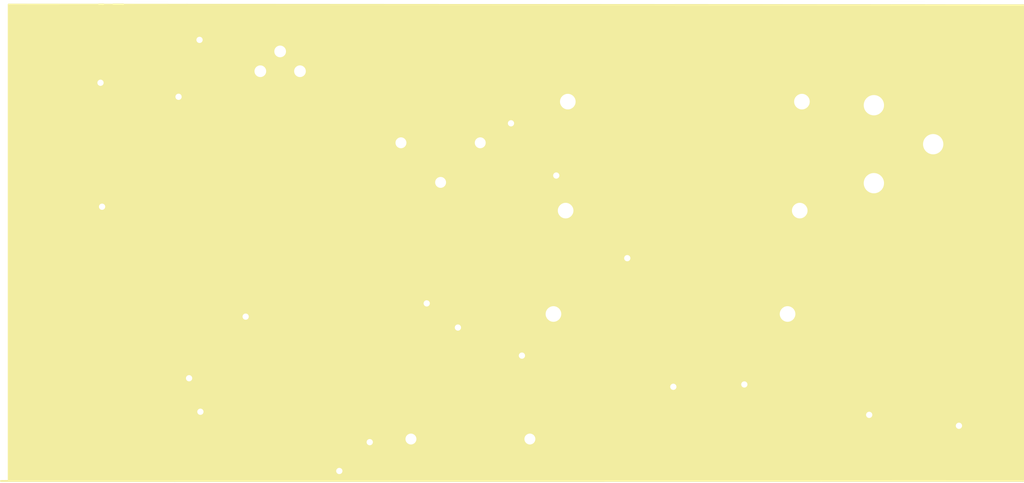
<source format=kicad_pcb>
(kicad_pcb (version 20171130) (host pcbnew "(5.1.0)-1")

  (general
    (thickness 1.6)
    (drawings 5)
    (tracks 180)
    (zones 0)
    (modules 19)
    (nets 12)
  )

  (page A4)
  (layers
    (0 F.Cu signal)
    (31 B.Cu signal)
    (32 B.Adhes user)
    (33 F.Adhes user)
    (34 B.Paste user)
    (35 F.Paste user)
    (36 B.SilkS user)
    (37 F.SilkS user)
    (38 B.Mask user)
    (39 F.Mask user)
    (40 Dwgs.User user)
    (41 Cmts.User user)
    (42 Eco1.User user)
    (43 Eco2.User user)
    (44 Edge.Cuts user)
    (45 Margin user)
    (46 B.CrtYd user)
    (47 F.CrtYd user)
    (48 B.Fab user)
    (49 F.Fab user)
  )

  (setup
    (last_trace_width 0.25)
    (trace_clearance 0.2)
    (zone_clearance 0.508)
    (zone_45_only no)
    (trace_min 0.2)
    (via_size 0.8)
    (via_drill 0.4)
    (via_min_size 0.4)
    (via_min_drill 0.3)
    (uvia_size 0.3)
    (uvia_drill 0.1)
    (uvias_allowed no)
    (uvia_min_size 0.2)
    (uvia_min_drill 0.1)
    (edge_width 0.05)
    (segment_width 0.2)
    (pcb_text_width 0.3)
    (pcb_text_size 1.5 1.5)
    (mod_edge_width 0.12)
    (mod_text_size 1 1)
    (mod_text_width 0.15)
    (pad_size 1.524 1.524)
    (pad_drill 0.762)
    (pad_to_mask_clearance 0.051)
    (solder_mask_min_width 0.25)
    (aux_axis_origin 0 0)
    (visible_elements FFFFFF7F)
    (pcbplotparams
      (layerselection 0x010fc_ffffffff)
      (usegerberextensions false)
      (usegerberattributes false)
      (usegerberadvancedattributes false)
      (creategerberjobfile false)
      (excludeedgelayer true)
      (linewidth 0.100000)
      (plotframeref false)
      (viasonmask false)
      (mode 1)
      (useauxorigin false)
      (hpglpennumber 1)
      (hpglpenspeed 20)
      (hpglpendiameter 15.000000)
      (psnegative false)
      (psa4output false)
      (plotreference true)
      (plotvalue true)
      (plotinvisibletext false)
      (padsonsilk false)
      (subtractmaskfromsilk false)
      (outputformat 1)
      (mirror false)
      (drillshape 1)
      (scaleselection 1)
      (outputdirectory ""))
  )

  (net 0 "")
  (net 1 Vout+)
  (net 2 GND)
  (net 3 Motor)
  (net 4 "Net-(D1-Pad1)")
  (net 5 "Net-(D3-Pad2)")
  (net 6 "Net-(D4-Pad2)")
  (net 7 Vin+)
  (net 8 "Net-(D3-Pad1)")
  (net 9 "Net-(D5-Pad2)")
  (net 10 "Net-(Q3-Pad2)")
  (net 11 "Net-(R1-Pad2)")

  (net_class Default "This is the default net class."
    (clearance 0.2)
    (trace_width 0.25)
    (via_dia 0.8)
    (via_drill 0.4)
    (uvia_dia 0.3)
    (uvia_drill 0.1)
    (add_net GND)
    (add_net Motor)
    (add_net "Net-(D1-Pad1)")
    (add_net "Net-(D3-Pad1)")
    (add_net "Net-(D3-Pad2)")
    (add_net "Net-(D4-Pad2)")
    (add_net "Net-(D5-Pad2)")
    (add_net "Net-(Q3-Pad2)")
    (add_net "Net-(R1-Pad2)")
    (add_net Vin+)
    (add_net Vout+)
  )

  (module Package_DirectFET:DirectFET_MN (layer F.Cu) (tedit 5A0AAFC5) (tstamp 60BA62B2)
    (at 97.48 80.05)
    (descr "DirectFET MN https://www.infineon.com/dgdl/irf6646pbf.pdf?fileId=5546d462533600a4015355ec5f071a55")
    (tags "DirectFET MN Mosfet Infenion")
    (path /60B9FB78)
    (attr smd)
    (fp_text reference Q1 (at 0 -3.5) (layer F.SilkS)
      (effects (font (size 1 1) (thickness 0.15)))
    )
    (fp_text value Q_NMOS_DGS (at 0 3.5) (layer F.Fab)
      (effects (font (size 1 1) (thickness 0.15)))
    )
    (fp_text user %R (at 0 0) (layer F.Fab)
      (effects (font (size 1 1) (thickness 0.15)))
    )
    (fp_line (start -2.65 -2.35) (end -2.55 -2.45) (layer F.Fab) (width 0.1))
    (fp_line (start 2.55 -2.45) (end 2.65 -2.35) (layer F.Fab) (width 0.1))
    (fp_line (start -2.65 2.35) (end -2.55 2.45) (layer F.Fab) (width 0.1))
    (fp_line (start 2.65 2.35) (end 2.55 2.45) (layer F.Fab) (width 0.1))
    (fp_line (start 3.9 2.7) (end 3.9 -2.7) (layer F.CrtYd) (width 0.05))
    (fp_line (start -3.9 2.7) (end 3.9 2.7) (layer F.CrtYd) (width 0.05))
    (fp_line (start -3.9 -2.7) (end -3.9 2.7) (layer F.CrtYd) (width 0.05))
    (fp_line (start 3.9 -2.7) (end -3.9 -2.7) (layer F.CrtYd) (width 0.05))
    (fp_line (start -2.7 2.5) (end -2.8 2.4) (layer F.SilkS) (width 0.12))
    (fp_line (start 2.7 2.5) (end -2.7 2.5) (layer F.SilkS) (width 0.12))
    (fp_line (start 2.8 2.4) (end 2.7 2.5) (layer F.SilkS) (width 0.12))
    (fp_line (start 2.7 -2.5) (end 2.8 -2.4) (layer F.SilkS) (width 0.12))
    (fp_line (start -2.7 -2.5) (end 2.7 -2.5) (layer F.SilkS) (width 0.12))
    (fp_line (start -2.8 -2.4) (end -2.7 -2.5) (layer F.SilkS) (width 0.12))
    (fp_line (start -3.5 -2.4) (end -2.8 -2.4) (layer F.SilkS) (width 0.12))
    (fp_line (start -2.65 1.95) (end -2.65 2.35) (layer F.Fab) (width 0.1))
    (fp_line (start -3.15 1.95) (end -2.65 1.95) (layer F.Fab) (width 0.1))
    (fp_line (start 2.65 1.95) (end 2.65 2.35) (layer F.Fab) (width 0.1))
    (fp_line (start 3.15 1.95) (end 2.65 1.95) (layer F.Fab) (width 0.1))
    (fp_line (start 2.65 -1.95) (end 3.15 -1.95) (layer F.Fab) (width 0.1))
    (fp_line (start 2.65 -2.35) (end 2.65 -1.95) (layer F.Fab) (width 0.1))
    (fp_line (start -2.65 -1.95) (end -2.65 -2.35) (layer F.Fab) (width 0.1))
    (fp_line (start -3.15 -1.95) (end -2.65 -1.95) (layer F.Fab) (width 0.1))
    (fp_line (start -3.15 1.95) (end -3.15 -1.95) (layer F.Fab) (width 0.1))
    (fp_line (start 3.15 -1.95) (end 3.15 1.95) (layer F.Fab) (width 0.1))
    (fp_line (start -2.55 2.45) (end 2.55 2.45) (layer F.Fab) (width 0.1))
    (fp_line (start 2.55 -2.45) (end -2.55 -2.45) (layer F.Fab) (width 0.1))
    (pad 2 smd rect (at -1.125 0) (size 0.85 0.95) (layers F.Cu F.Paste F.Mask))
    (pad 1 smd rect (at -3.2 -1.175) (size 0.9 1.85) (layers F.Cu F.Paste F.Mask)
      (net 7 Vin+))
    (pad 1 smd rect (at -3.2 1.175) (size 0.9 1.85) (layers F.Cu F.Paste F.Mask)
      (net 7 Vin+))
    (pad 1 smd rect (at 3.2 -1.175) (size 0.9 1.85) (layers F.Cu F.Paste F.Mask)
      (net 7 Vin+))
    (pad 1 smd rect (at 3.2 1.175) (size 0.9 1.85) (layers F.Cu F.Paste F.Mask)
      (net 7 Vin+))
    (pad 3 smd rect (at 0.695 -0.7) (size 1.45 0.95) (layers F.Cu F.Paste F.Mask)
      (net 4 "Net-(D1-Pad1)"))
    (pad 3 smd rect (at 0.695 0.7) (size 1.45 0.95) (layers F.Cu F.Paste F.Mask)
      (net 4 "Net-(D1-Pad1)"))
    (model ${KISYS3DMOD}/Package_DirectFET.3dshapes/DirectFET_MN.wrl
      (at (xyz 0 0 0))
      (scale (xyz 1 1 1))
      (rotate (xyz 0 0 0))
    )
  )

  (module Package_TO_SOT_THT:TO-39-3 (layer F.Cu) (tedit 5A02FF81) (tstamp 60BA62C7)
    (at 65.1 68.85)
    (descr TO-39-3)
    (tags TO-39-3)
    (path /60B516B1)
    (fp_text reference Q3 (at 2.54 -5.82) (layer F.SilkS)
      (effects (font (size 1 1) (thickness 0.15)))
    )
    (fp_text value 2N2219 (at 2.54 5.82) (layer F.Fab)
      (effects (font (size 1 1) (thickness 0.15)))
    )
    (fp_text user %R (at 2.54 -5.82) (layer F.Fab)
      (effects (font (size 1 1) (thickness 0.15)))
    )
    (fp_line (start -0.465408 -3.61352) (end -1.27151 -4.419621) (layer F.Fab) (width 0.1))
    (fp_line (start -1.27151 -4.419621) (end -1.879621 -3.81151) (layer F.Fab) (width 0.1))
    (fp_line (start -1.879621 -3.81151) (end -1.07352 -3.005408) (layer F.Fab) (width 0.1))
    (fp_line (start -0.457084 -3.774902) (end -1.348039 -4.665856) (layer F.SilkS) (width 0.12))
    (fp_line (start -1.348039 -4.665856) (end -2.125856 -3.888039) (layer F.SilkS) (width 0.12))
    (fp_line (start -2.125856 -3.888039) (end -1.234902 -2.997084) (layer F.SilkS) (width 0.12))
    (fp_line (start -2.41 -4.95) (end -2.41 4.95) (layer F.CrtYd) (width 0.05))
    (fp_line (start -2.41 4.95) (end 7.49 4.95) (layer F.CrtYd) (width 0.05))
    (fp_line (start 7.49 4.95) (end 7.49 -4.95) (layer F.CrtYd) (width 0.05))
    (fp_line (start 7.49 -4.95) (end -2.41 -4.95) (layer F.CrtYd) (width 0.05))
    (fp_circle (center 2.54 0) (end 6.79 0) (layer F.Fab) (width 0.1))
    (fp_arc (start 2.54 0) (end -0.465408 -3.61352) (angle 349.5) (layer F.Fab) (width 0.1))
    (fp_arc (start 2.54 0) (end -0.457084 -3.774902) (angle 346.9) (layer F.SilkS) (width 0.12))
    (pad 1 thru_hole oval (at 0 0) (size 1.6 1.2) (drill 0.7) (layers *.Cu *.Mask)
      (net 2 GND))
    (pad 2 thru_hole oval (at 2.54 2.54) (size 1.2 1.2) (drill 0.7) (layers *.Cu *.Mask)
      (net 10 "Net-(Q3-Pad2)"))
    (pad 3 thru_hole oval (at 5.08 0) (size 1.2 1.2) (drill 0.7) (layers *.Cu *.Mask)
      (net 8 "Net-(D3-Pad1)"))
    (model ${KISYS3DMOD}/Package_TO_SOT_THT.3dshapes/TO-39-3.wrl
      (at (xyz 0 0 0))
      (scale (xyz 1 1 1))
      (rotate (xyz 0 0 0))
    )
  )

  (module Package_TO_SOT_THT:TO-92 (layer F.Cu) (tedit 5A279852) (tstamp 60BA62D9)
    (at 56.09 64.26)
    (descr "TO-92 leads molded, narrow, drill 0.75mm (see NXP sot054_po.pdf)")
    (tags "to-92 sc-43 sc-43a sot54 PA33 transistor")
    (path /60B9940B)
    (fp_text reference Q2 (at 1.27 -3.56) (layer F.SilkS)
      (effects (font (size 1 1) (thickness 0.15)))
    )
    (fp_text value NPN (at 1.27 2.79) (layer F.Fab)
      (effects (font (size 1 1) (thickness 0.15)))
    )
    (fp_text user %R (at 1.27 -3.56) (layer F.Fab)
      (effects (font (size 1 1) (thickness 0.15)))
    )
    (fp_line (start -0.53 1.85) (end 3.07 1.85) (layer F.SilkS) (width 0.12))
    (fp_line (start -0.5 1.75) (end 3 1.75) (layer F.Fab) (width 0.1))
    (fp_line (start -1.46 -2.73) (end 4 -2.73) (layer F.CrtYd) (width 0.05))
    (fp_line (start -1.46 -2.73) (end -1.46 2.01) (layer F.CrtYd) (width 0.05))
    (fp_line (start 4 2.01) (end 4 -2.73) (layer F.CrtYd) (width 0.05))
    (fp_line (start 4 2.01) (end -1.46 2.01) (layer F.CrtYd) (width 0.05))
    (fp_arc (start 1.27 0) (end 1.27 -2.48) (angle 135) (layer F.Fab) (width 0.1))
    (fp_arc (start 1.27 0) (end 1.27 -2.6) (angle -135) (layer F.SilkS) (width 0.12))
    (fp_arc (start 1.27 0) (end 1.27 -2.48) (angle -135) (layer F.Fab) (width 0.1))
    (fp_arc (start 1.27 0) (end 1.27 -2.6) (angle 135) (layer F.SilkS) (width 0.12))
    (pad 2 thru_hole circle (at 1.27 -1.27 90) (size 1.3 1.3) (drill 0.75) (layers *.Cu *.Mask)
      (net 2 GND))
    (pad 3 thru_hole circle (at 2.54 0 90) (size 1.3 1.3) (drill 0.75) (layers *.Cu *.Mask)
      (net 3 Motor))
    (pad 1 thru_hole rect (at 0 0 90) (size 1.3 1.3) (drill 0.75) (layers *.Cu *.Mask))
    (model ${KISYS3DMOD}/Package_TO_SOT_THT.3dshapes/TO-92.wrl
      (at (xyz 0 0 0))
      (scale (xyz 1 1 1))
      (rotate (xyz 0 0 0))
    )
  )

  (module Potentiometer_THT:Potentiometer_ACP_CA9-H3,8_Horizontal (layer F.Cu) (tedit 5A3D4994) (tstamp 60BA6355)
    (at 95.4 66.44)
    (descr "Potentiometer, horizontal, ACP CA9-H3,8, http://www.acptechnologies.com/wp-content/uploads/2017/05/02-ACP-CA9-CE9.pdf")
    (tags "Potentiometer horizontal ACP CA9-H3,8")
    (path /60B9561D)
    (fp_text reference R1 (at 0 -3.65) (layer F.SilkS)
      (effects (font (size 1 1) (thickness 0.15)))
    )
    (fp_text value 10k (at 0 8.65) (layer F.Fab)
      (effects (font (size 1 1) (thickness 0.15)))
    )
    (fp_line (start 4.8 -2.4) (end 4.8 7.4) (layer F.Fab) (width 0.1))
    (fp_line (start 4.8 7.4) (end 0 7.4) (layer F.Fab) (width 0.1))
    (fp_line (start 0 7.4) (end 0 -2.4) (layer F.Fab) (width 0.1))
    (fp_line (start 0 -2.4) (end 4.8 -2.4) (layer F.Fab) (width 0.1))
    (fp_line (start 0 1) (end 0 4) (layer F.Fab) (width 0.1))
    (fp_line (start 0 4) (end 4.8 4) (layer F.Fab) (width 0.1))
    (fp_line (start 4.8 4) (end 4.8 1) (layer F.Fab) (width 0.1))
    (fp_line (start 4.8 1) (end 0 1) (layer F.Fab) (width 0.1))
    (fp_line (start -0.121 -2.521) (end 4.92 -2.521) (layer F.SilkS) (width 0.12))
    (fp_line (start -0.121 7.52) (end 4.92 7.52) (layer F.SilkS) (width 0.12))
    (fp_line (start 4.92 -2.521) (end 4.92 1.428) (layer F.SilkS) (width 0.12))
    (fp_line (start 4.92 3.573) (end 4.92 7.52) (layer F.SilkS) (width 0.12))
    (fp_line (start -0.121 6.425) (end -0.121 7.52) (layer F.SilkS) (width 0.12))
    (fp_line (start -0.121 -2.521) (end -0.121 -1.426) (layer F.SilkS) (width 0.12))
    (fp_line (start -0.121 1.426) (end -0.121 3.575) (layer F.SilkS) (width 0.12))
    (fp_line (start 1.237 0.88) (end 4.92 0.88) (layer F.SilkS) (width 0.12))
    (fp_line (start 1.237 4.12) (end 4.92 4.12) (layer F.SilkS) (width 0.12))
    (fp_line (start -0.121 1.426) (end -0.121 3.575) (layer F.SilkS) (width 0.12))
    (fp_line (start 4.92 0.88) (end 4.92 1.428) (layer F.SilkS) (width 0.12))
    (fp_line (start 4.92 3.573) (end 4.92 4.12) (layer F.SilkS) (width 0.12))
    (fp_line (start -1.45 -2.7) (end -1.45 7.65) (layer F.CrtYd) (width 0.05))
    (fp_line (start -1.45 7.65) (end 5.25 7.65) (layer F.CrtYd) (width 0.05))
    (fp_line (start 5.25 7.65) (end 5.25 -2.7) (layer F.CrtYd) (width 0.05))
    (fp_line (start 5.25 -2.7) (end -1.45 -2.7) (layer F.CrtYd) (width 0.05))
    (fp_text user %R (at 2.4 2.5) (layer F.Fab)
      (effects (font (size 1 1) (thickness 0.15)))
    )
    (pad 3 thru_hole circle (at 0 5) (size 2.34 2.34) (drill 1.3) (layers *.Cu *.Mask)
      (net 2 GND))
    (pad 2 thru_hole circle (at 3.8 2.5) (size 2.34 2.34) (drill 1.3) (layers *.Cu *.Mask)
      (net 11 "Net-(R1-Pad2)"))
    (pad 1 thru_hole circle (at 0 0) (size 2.34 2.34) (drill 1.3) (layers *.Cu *.Mask)
      (net 2 GND))
    (model ${KISYS3DMOD}/Potentiometer_THT.3dshapes/Potentiometer_ACP_CA9-H3,8_Horizontal.wrl
      (at (xyz 0 0 0))
      (scale (xyz 1 1 1))
      (rotate (xyz 0 0 0))
    )
  )

  (module Resistor_THT:R_Axial_DIN0204_L3.6mm_D1.6mm_P7.62mm_Horizontal (layer F.Cu) (tedit 5AE5139B) (tstamp 60BA636C)
    (at 65.74 87.85)
    (descr "Resistor, Axial_DIN0204 series, Axial, Horizontal, pin pitch=7.62mm, 0.167W, length*diameter=3.6*1.6mm^2, http://cdn-reichelt.de/documents/datenblatt/B400/1_4W%23YAG.pdf")
    (tags "Resistor Axial_DIN0204 series Axial Horizontal pin pitch 7.62mm 0.167W length 3.6mm diameter 1.6mm")
    (path /60B94825)
    (fp_text reference R2 (at 3.81 -1.92) (layer F.SilkS)
      (effects (font (size 1 1) (thickness 0.15)))
    )
    (fp_text value 1.2 (at 3.81 1.92) (layer F.Fab)
      (effects (font (size 1 1) (thickness 0.15)))
    )
    (fp_line (start 2.01 -0.8) (end 2.01 0.8) (layer F.Fab) (width 0.1))
    (fp_line (start 2.01 0.8) (end 5.61 0.8) (layer F.Fab) (width 0.1))
    (fp_line (start 5.61 0.8) (end 5.61 -0.8) (layer F.Fab) (width 0.1))
    (fp_line (start 5.61 -0.8) (end 2.01 -0.8) (layer F.Fab) (width 0.1))
    (fp_line (start 0 0) (end 2.01 0) (layer F.Fab) (width 0.1))
    (fp_line (start 7.62 0) (end 5.61 0) (layer F.Fab) (width 0.1))
    (fp_line (start 1.89 -0.92) (end 1.89 0.92) (layer F.SilkS) (width 0.12))
    (fp_line (start 1.89 0.92) (end 5.73 0.92) (layer F.SilkS) (width 0.12))
    (fp_line (start 5.73 0.92) (end 5.73 -0.92) (layer F.SilkS) (width 0.12))
    (fp_line (start 5.73 -0.92) (end 1.89 -0.92) (layer F.SilkS) (width 0.12))
    (fp_line (start 0.94 0) (end 1.89 0) (layer F.SilkS) (width 0.12))
    (fp_line (start 6.68 0) (end 5.73 0) (layer F.SilkS) (width 0.12))
    (fp_line (start -0.95 -1.05) (end -0.95 1.05) (layer F.CrtYd) (width 0.05))
    (fp_line (start -0.95 1.05) (end 8.57 1.05) (layer F.CrtYd) (width 0.05))
    (fp_line (start 8.57 1.05) (end 8.57 -1.05) (layer F.CrtYd) (width 0.05))
    (fp_line (start 8.57 -1.05) (end -0.95 -1.05) (layer F.CrtYd) (width 0.05))
    (fp_text user %R (at 3.81 0) (layer F.Fab)
      (effects (font (size 0.72 0.72) (thickness 0.108)))
    )
    (pad 1 thru_hole circle (at 0 0) (size 1.4 1.4) (drill 0.7) (layers *.Cu *.Mask)
      (net 3 Motor))
    (pad 2 thru_hole oval (at 7.62 0) (size 1.4 1.4) (drill 0.7) (layers *.Cu *.Mask)
      (net 2 GND))
    (model ${KISYS3DMOD}/Resistor_THT.3dshapes/R_Axial_DIN0204_L3.6mm_D1.6mm_P7.62mm_Horizontal.wrl
      (at (xyz 0 0 0))
      (scale (xyz 1 1 1))
      (rotate (xyz 0 0 0))
    )
  )

  (module Capacitor_THT:CP_Axial_L10.0mm_D4.5mm_P15.00mm_Horizontal (layer F.Cu) (tedit 5AE50EF2) (tstamp 60BA87E2)
    (at 74.87 79.83)
    (descr "CP, Axial series, Axial, Horizontal, pin pitch=15mm, , length*diameter=10*4.5mm^2, Electrolytic Capacitor, , http://www.vishay.com/docs/28325/021asm.pdf")
    (tags "CP Axial series Axial Horizontal pin pitch 15mm  length 10mm diameter 4.5mm Electrolytic Capacitor")
    (path /60B9CEEE)
    (fp_text reference C1 (at 7.5 -3.37) (layer F.SilkS)
      (effects (font (size 1 1) (thickness 0.15)))
    )
    (fp_text value C (at 7.5 3.37) (layer F.Fab)
      (effects (font (size 1 1) (thickness 0.15)))
    )
    (fp_line (start 2.5 -2.25) (end 2.5 2.25) (layer F.Fab) (width 0.1))
    (fp_line (start 12.5 -2.25) (end 12.5 2.25) (layer F.Fab) (width 0.1))
    (fp_line (start 2.5 -2.25) (end 3.88 -2.25) (layer F.Fab) (width 0.1))
    (fp_line (start 3.88 -2.25) (end 4.63 -1.5) (layer F.Fab) (width 0.1))
    (fp_line (start 4.63 -1.5) (end 5.38 -2.25) (layer F.Fab) (width 0.1))
    (fp_line (start 5.38 -2.25) (end 12.5 -2.25) (layer F.Fab) (width 0.1))
    (fp_line (start 2.5 2.25) (end 3.88 2.25) (layer F.Fab) (width 0.1))
    (fp_line (start 3.88 2.25) (end 4.63 1.5) (layer F.Fab) (width 0.1))
    (fp_line (start 4.63 1.5) (end 5.38 2.25) (layer F.Fab) (width 0.1))
    (fp_line (start 5.38 2.25) (end 12.5 2.25) (layer F.Fab) (width 0.1))
    (fp_line (start 0 0) (end 2.5 0) (layer F.Fab) (width 0.1))
    (fp_line (start 15 0) (end 12.5 0) (layer F.Fab) (width 0.1))
    (fp_line (start 3.9 0) (end 5.4 0) (layer F.Fab) (width 0.1))
    (fp_line (start 4.65 -0.75) (end 4.65 0.75) (layer F.Fab) (width 0.1))
    (fp_line (start 0.63 -2.2) (end 2.13 -2.2) (layer F.SilkS) (width 0.12))
    (fp_line (start 1.38 -2.95) (end 1.38 -1.45) (layer F.SilkS) (width 0.12))
    (fp_line (start 2.38 -2.37) (end 2.38 2.37) (layer F.SilkS) (width 0.12))
    (fp_line (start 12.62 -2.37) (end 12.62 2.37) (layer F.SilkS) (width 0.12))
    (fp_line (start 2.38 -2.37) (end 3.88 -2.37) (layer F.SilkS) (width 0.12))
    (fp_line (start 3.88 -2.37) (end 4.63 -1.62) (layer F.SilkS) (width 0.12))
    (fp_line (start 4.63 -1.62) (end 5.38 -2.37) (layer F.SilkS) (width 0.12))
    (fp_line (start 5.38 -2.37) (end 12.62 -2.37) (layer F.SilkS) (width 0.12))
    (fp_line (start 2.38 2.37) (end 3.88 2.37) (layer F.SilkS) (width 0.12))
    (fp_line (start 3.88 2.37) (end 4.63 1.62) (layer F.SilkS) (width 0.12))
    (fp_line (start 4.63 1.62) (end 5.38 2.37) (layer F.SilkS) (width 0.12))
    (fp_line (start 5.38 2.37) (end 12.62 2.37) (layer F.SilkS) (width 0.12))
    (fp_line (start 1.24 0) (end 2.38 0) (layer F.SilkS) (width 0.12))
    (fp_line (start 13.76 0) (end 12.62 0) (layer F.SilkS) (width 0.12))
    (fp_line (start -1.25 -2.5) (end -1.25 2.5) (layer F.CrtYd) (width 0.05))
    (fp_line (start -1.25 2.5) (end 16.25 2.5) (layer F.CrtYd) (width 0.05))
    (fp_line (start 16.25 2.5) (end 16.25 -2.5) (layer F.CrtYd) (width 0.05))
    (fp_line (start 16.25 -2.5) (end -1.25 -2.5) (layer F.CrtYd) (width 0.05))
    (fp_text user %R (at 7.5 0) (layer F.Fab)
      (effects (font (size 1 1) (thickness 0.15)))
    )
    (pad 1 thru_hole rect (at 0 0) (size 2 2) (drill 1) (layers *.Cu *.Mask)
      (net 1 Vout+))
    (pad 2 thru_hole oval (at 15 0) (size 2 2) (drill 1) (layers *.Cu *.Mask)
      (net 2 GND))
    (model ${KISYS3DMOD}/Capacitor_THT.3dshapes/CP_Axial_L10.0mm_D4.5mm_P15.00mm_Horizontal.wrl
      (at (xyz 0 0 0))
      (scale (xyz 1 1 1))
      (rotate (xyz 0 0 0))
    )
  )

  (module Capacitor_THT:CP_Axial_L10.0mm_D4.5mm_P15.00mm_Horizontal (layer F.Cu) (tedit 5AE50EF2) (tstamp 60BA8808)
    (at 75.65 73.2)
    (descr "CP, Axial series, Axial, Horizontal, pin pitch=15mm, , length*diameter=10*4.5mm^2, Electrolytic Capacitor, , http://www.vishay.com/docs/28325/021asm.pdf")
    (tags "CP Axial series Axial Horizontal pin pitch 15mm  length 10mm diameter 4.5mm Electrolytic Capacitor")
    (path /60B9B529)
    (fp_text reference C2 (at 7.5 -3.37) (layer F.SilkS)
      (effects (font (size 1 1) (thickness 0.15)))
    )
    (fp_text value 100n (at 7.5 3.37) (layer F.Fab)
      (effects (font (size 1 1) (thickness 0.15)))
    )
    (fp_line (start 2.5 -2.25) (end 2.5 2.25) (layer F.Fab) (width 0.1))
    (fp_line (start 12.5 -2.25) (end 12.5 2.25) (layer F.Fab) (width 0.1))
    (fp_line (start 2.5 -2.25) (end 3.88 -2.25) (layer F.Fab) (width 0.1))
    (fp_line (start 3.88 -2.25) (end 4.63 -1.5) (layer F.Fab) (width 0.1))
    (fp_line (start 4.63 -1.5) (end 5.38 -2.25) (layer F.Fab) (width 0.1))
    (fp_line (start 5.38 -2.25) (end 12.5 -2.25) (layer F.Fab) (width 0.1))
    (fp_line (start 2.5 2.25) (end 3.88 2.25) (layer F.Fab) (width 0.1))
    (fp_line (start 3.88 2.25) (end 4.63 1.5) (layer F.Fab) (width 0.1))
    (fp_line (start 4.63 1.5) (end 5.38 2.25) (layer F.Fab) (width 0.1))
    (fp_line (start 5.38 2.25) (end 12.5 2.25) (layer F.Fab) (width 0.1))
    (fp_line (start 0 0) (end 2.5 0) (layer F.Fab) (width 0.1))
    (fp_line (start 15 0) (end 12.5 0) (layer F.Fab) (width 0.1))
    (fp_line (start 3.9 0) (end 5.4 0) (layer F.Fab) (width 0.1))
    (fp_line (start 4.65 -0.75) (end 4.65 0.75) (layer F.Fab) (width 0.1))
    (fp_line (start 0.63 -2.2) (end 2.13 -2.2) (layer F.SilkS) (width 0.12))
    (fp_line (start 1.38 -2.95) (end 1.38 -1.45) (layer F.SilkS) (width 0.12))
    (fp_line (start 2.38 -2.37) (end 2.38 2.37) (layer F.SilkS) (width 0.12))
    (fp_line (start 12.62 -2.37) (end 12.62 2.37) (layer F.SilkS) (width 0.12))
    (fp_line (start 2.38 -2.37) (end 3.88 -2.37) (layer F.SilkS) (width 0.12))
    (fp_line (start 3.88 -2.37) (end 4.63 -1.62) (layer F.SilkS) (width 0.12))
    (fp_line (start 4.63 -1.62) (end 5.38 -2.37) (layer F.SilkS) (width 0.12))
    (fp_line (start 5.38 -2.37) (end 12.62 -2.37) (layer F.SilkS) (width 0.12))
    (fp_line (start 2.38 2.37) (end 3.88 2.37) (layer F.SilkS) (width 0.12))
    (fp_line (start 3.88 2.37) (end 4.63 1.62) (layer F.SilkS) (width 0.12))
    (fp_line (start 4.63 1.62) (end 5.38 2.37) (layer F.SilkS) (width 0.12))
    (fp_line (start 5.38 2.37) (end 12.62 2.37) (layer F.SilkS) (width 0.12))
    (fp_line (start 1.24 0) (end 2.38 0) (layer F.SilkS) (width 0.12))
    (fp_line (start 13.76 0) (end 12.62 0) (layer F.SilkS) (width 0.12))
    (fp_line (start -1.25 -2.5) (end -1.25 2.5) (layer F.CrtYd) (width 0.05))
    (fp_line (start -1.25 2.5) (end 16.25 2.5) (layer F.CrtYd) (width 0.05))
    (fp_line (start 16.25 2.5) (end 16.25 -2.5) (layer F.CrtYd) (width 0.05))
    (fp_line (start 16.25 -2.5) (end -1.25 -2.5) (layer F.CrtYd) (width 0.05))
    (fp_text user %R (at 7.5 0) (layer F.Fab)
      (effects (font (size 1 1) (thickness 0.15)))
    )
    (pad 1 thru_hole rect (at 0 0) (size 2 2) (drill 1) (layers *.Cu *.Mask)
      (net 3 Motor))
    (pad 2 thru_hole oval (at 15 0) (size 2 2) (drill 1) (layers *.Cu *.Mask)
      (net 2 GND))
    (model ${KISYS3DMOD}/Capacitor_THT.3dshapes/CP_Axial_L10.0mm_D4.5mm_P15.00mm_Horizontal.wrl
      (at (xyz 0 0 0))
      (scale (xyz 1 1 1))
      (rotate (xyz 0 0 0))
    )
  )

  (module Capacitor_THT:CP_Axial_L10.0mm_D4.5mm_P15.00mm_Horizontal (layer F.Cu) (tedit 5AE50EF2) (tstamp 60BA882E)
    (at 75.79 66.21)
    (descr "CP, Axial series, Axial, Horizontal, pin pitch=15mm, , length*diameter=10*4.5mm^2, Electrolytic Capacitor, , http://www.vishay.com/docs/28325/021asm.pdf")
    (tags "CP Axial series Axial Horizontal pin pitch 15mm  length 10mm diameter 4.5mm Electrolytic Capacitor")
    (path /60B9A79B)
    (fp_text reference C3 (at 7.5 -3.37) (layer F.SilkS)
      (effects (font (size 1 1) (thickness 0.15)))
    )
    (fp_text value 470u (at 7.5 3.37) (layer F.Fab)
      (effects (font (size 1 1) (thickness 0.15)))
    )
    (fp_text user %R (at 7.5 0) (layer F.Fab)
      (effects (font (size 1 1) (thickness 0.15)))
    )
    (fp_line (start 16.25 -2.5) (end -1.25 -2.5) (layer F.CrtYd) (width 0.05))
    (fp_line (start 16.25 2.5) (end 16.25 -2.5) (layer F.CrtYd) (width 0.05))
    (fp_line (start -1.25 2.5) (end 16.25 2.5) (layer F.CrtYd) (width 0.05))
    (fp_line (start -1.25 -2.5) (end -1.25 2.5) (layer F.CrtYd) (width 0.05))
    (fp_line (start 13.76 0) (end 12.62 0) (layer F.SilkS) (width 0.12))
    (fp_line (start 1.24 0) (end 2.38 0) (layer F.SilkS) (width 0.12))
    (fp_line (start 5.38 2.37) (end 12.62 2.37) (layer F.SilkS) (width 0.12))
    (fp_line (start 4.63 1.62) (end 5.38 2.37) (layer F.SilkS) (width 0.12))
    (fp_line (start 3.88 2.37) (end 4.63 1.62) (layer F.SilkS) (width 0.12))
    (fp_line (start 2.38 2.37) (end 3.88 2.37) (layer F.SilkS) (width 0.12))
    (fp_line (start 5.38 -2.37) (end 12.62 -2.37) (layer F.SilkS) (width 0.12))
    (fp_line (start 4.63 -1.62) (end 5.38 -2.37) (layer F.SilkS) (width 0.12))
    (fp_line (start 3.88 -2.37) (end 4.63 -1.62) (layer F.SilkS) (width 0.12))
    (fp_line (start 2.38 -2.37) (end 3.88 -2.37) (layer F.SilkS) (width 0.12))
    (fp_line (start 12.62 -2.37) (end 12.62 2.37) (layer F.SilkS) (width 0.12))
    (fp_line (start 2.38 -2.37) (end 2.38 2.37) (layer F.SilkS) (width 0.12))
    (fp_line (start 1.38 -2.95) (end 1.38 -1.45) (layer F.SilkS) (width 0.12))
    (fp_line (start 0.63 -2.2) (end 2.13 -2.2) (layer F.SilkS) (width 0.12))
    (fp_line (start 4.65 -0.75) (end 4.65 0.75) (layer F.Fab) (width 0.1))
    (fp_line (start 3.9 0) (end 5.4 0) (layer F.Fab) (width 0.1))
    (fp_line (start 15 0) (end 12.5 0) (layer F.Fab) (width 0.1))
    (fp_line (start 0 0) (end 2.5 0) (layer F.Fab) (width 0.1))
    (fp_line (start 5.38 2.25) (end 12.5 2.25) (layer F.Fab) (width 0.1))
    (fp_line (start 4.63 1.5) (end 5.38 2.25) (layer F.Fab) (width 0.1))
    (fp_line (start 3.88 2.25) (end 4.63 1.5) (layer F.Fab) (width 0.1))
    (fp_line (start 2.5 2.25) (end 3.88 2.25) (layer F.Fab) (width 0.1))
    (fp_line (start 5.38 -2.25) (end 12.5 -2.25) (layer F.Fab) (width 0.1))
    (fp_line (start 4.63 -1.5) (end 5.38 -2.25) (layer F.Fab) (width 0.1))
    (fp_line (start 3.88 -2.25) (end 4.63 -1.5) (layer F.Fab) (width 0.1))
    (fp_line (start 2.5 -2.25) (end 3.88 -2.25) (layer F.Fab) (width 0.1))
    (fp_line (start 12.5 -2.25) (end 12.5 2.25) (layer F.Fab) (width 0.1))
    (fp_line (start 2.5 -2.25) (end 2.5 2.25) (layer F.Fab) (width 0.1))
    (pad 2 thru_hole oval (at 15 0) (size 2 2) (drill 1) (layers *.Cu *.Mask)
      (net 2 GND))
    (pad 1 thru_hole rect (at 0 0) (size 2 2) (drill 1) (layers *.Cu *.Mask)
      (net 2 GND))
    (model ${KISYS3DMOD}/Capacitor_THT.3dshapes/CP_Axial_L10.0mm_D4.5mm_P15.00mm_Horizontal.wrl
      (at (xyz 0 0 0))
      (scale (xyz 1 1 1))
      (rotate (xyz 0 0 0))
    )
  )

  (module Diode_SMD:Diode_Bridge_Diotec_MicroDil_3.0x3.0x1.8mm (layer F.Cu) (tedit 5A4F6FA2) (tstamp 60BA8854)
    (at 84.21 86.77)
    (descr "SMD package Diotec Diotec MicroDil, body 3.0x3.0x1.8mm (e.g. diode bridge), see https://diotec.com/tl_files/diotec/files/pdf/datasheets/mys40.pdf")
    (tags "Diotec MicroDil diode bridge")
    (path /60B9DA75)
    (attr smd)
    (fp_text reference D1 (at 0 -2.4) (layer F.SilkS)
      (effects (font (size 1 1) (thickness 0.15)))
    )
    (fp_text value D_Zener (at 0 2.5) (layer F.Fab)
      (effects (font (size 1 1) (thickness 0.15)))
    )
    (fp_text user %R (at 0 -0.065) (layer F.Fab)
      (effects (font (size 0.5 0.5) (thickness 0.1)))
    )
    (fp_line (start -1.6 -1.4) (end -2.8 -1.4) (layer F.SilkS) (width 0.12))
    (fp_line (start -1.6 -1.6) (end -1.6 -1.4) (layer F.SilkS) (width 0.12))
    (fp_line (start 1.5 -1.6) (end -1.6 -1.6) (layer F.SilkS) (width 0.12))
    (fp_line (start -1.5 1.6) (end 1.5 1.6) (layer F.SilkS) (width 0.12))
    (fp_line (start -1.5 -1) (end -1.5 1.5) (layer F.Fab) (width 0.12))
    (fp_line (start -1 -1.5) (end -1.5 -1) (layer F.Fab) (width 0.12))
    (fp_line (start 1.5 -1.5) (end -1 -1.5) (layer F.Fab) (width 0.12))
    (fp_line (start 1.5 1.5) (end 1.5 -1.5) (layer F.Fab) (width 0.12))
    (fp_line (start -1.5 1.5) (end 1.5 1.5) (layer F.Fab) (width 0.12))
    (fp_line (start -3.05 -1.75) (end 3.05 -1.75) (layer F.CrtYd) (width 0.05))
    (fp_line (start -3.05 -1.75) (end -3.05 1.75) (layer F.CrtYd) (width 0.05))
    (fp_line (start 3.05 1.75) (end 3.05 -1.75) (layer F.CrtYd) (width 0.05))
    (fp_line (start 3.05 1.75) (end -3.05 1.75) (layer F.CrtYd) (width 0.05))
    (pad 1 smd rect (at -2.3 -0.635) (size 1 0.8) (layers F.Cu F.Paste F.Mask)
      (net 4 "Net-(D1-Pad1)"))
    (pad 2 smd rect (at -2.3 0.635) (size 1 0.8) (layers F.Cu F.Paste F.Mask)
      (net 2 GND))
    (pad 3 smd rect (at 2.3 0.635) (size 1 0.8) (layers F.Cu F.Paste F.Mask))
    (pad 4 smd rect (at 2.3 -0.635) (size 1 0.8) (layers F.Cu F.Paste F.Mask))
    (model ${KISYS3DMOD}/Diode_SMD.3dshapes/Diode_Bridge_Diotec_MicroDil_3.0x3.0x1.8mm.wrl
      (at (xyz 0 0 0))
      (scale (xyz 1 1 1))
      (rotate (xyz 0 0 0))
    )
  )

  (module Diode_SMD:D_0603_1608Metric_Pad1.05x0.95mm_HandSolder (layer F.Cu) (tedit 5B4B45C8) (tstamp 60BA8869)
    (at 50.675 81.85)
    (descr "Diode SMD 0603 (1608 Metric), square (rectangular) end terminal, IPC_7351 nominal, (Body size source: http://www.tortai-tech.com/upload/download/2011102023233369053.pdf), generated with kicad-footprint-generator")
    (tags "diode handsolder")
    (path /60B9A22B)
    (attr smd)
    (fp_text reference D2 (at 0 -1.43) (layer F.SilkS)
      (effects (font (size 1 1) (thickness 0.15)))
    )
    (fp_text value DIODE (at 0 1.43) (layer F.Fab)
      (effects (font (size 1 1) (thickness 0.15)))
    )
    (fp_line (start 0.8 -0.4) (end -0.5 -0.4) (layer F.Fab) (width 0.1))
    (fp_line (start -0.5 -0.4) (end -0.8 -0.1) (layer F.Fab) (width 0.1))
    (fp_line (start -0.8 -0.1) (end -0.8 0.4) (layer F.Fab) (width 0.1))
    (fp_line (start -0.8 0.4) (end 0.8 0.4) (layer F.Fab) (width 0.1))
    (fp_line (start 0.8 0.4) (end 0.8 -0.4) (layer F.Fab) (width 0.1))
    (fp_line (start 0.8 -0.735) (end -1.66 -0.735) (layer F.SilkS) (width 0.12))
    (fp_line (start -1.66 -0.735) (end -1.66 0.735) (layer F.SilkS) (width 0.12))
    (fp_line (start -1.66 0.735) (end 0.8 0.735) (layer F.SilkS) (width 0.12))
    (fp_line (start -1.65 0.73) (end -1.65 -0.73) (layer F.CrtYd) (width 0.05))
    (fp_line (start -1.65 -0.73) (end 1.65 -0.73) (layer F.CrtYd) (width 0.05))
    (fp_line (start 1.65 -0.73) (end 1.65 0.73) (layer F.CrtYd) (width 0.05))
    (fp_line (start 1.65 0.73) (end -1.65 0.73) (layer F.CrtYd) (width 0.05))
    (fp_text user %R (at 0 0) (layer F.Fab)
      (effects (font (size 0.4 0.4) (thickness 0.06)))
    )
    (pad 1 smd roundrect (at -0.875 0) (size 1.05 0.95) (layers F.Cu F.Paste F.Mask) (roundrect_rratio 0.25)
      (net 2 GND))
    (pad 2 smd roundrect (at 0.875 0) (size 1.05 0.95) (layers F.Cu F.Paste F.Mask) (roundrect_rratio 0.25)
      (net 3 Motor))
    (model ${KISYS3DMOD}/Diode_SMD.3dshapes/D_0603_1608Metric.wrl
      (at (xyz 0 0 0))
      (scale (xyz 1 1 1))
      (rotate (xyz 0 0 0))
    )
  )

  (module Diode_SMD:Diode_Bridge_Diotec_MicroDil_3.0x3.0x1.8mm (layer F.Cu) (tedit 5A4F6FA2) (tstamp 60BA887B)
    (at 46.51 62.94)
    (descr "SMD package Diotec Diotec MicroDil, body 3.0x3.0x1.8mm (e.g. diode bridge), see https://diotec.com/tl_files/diotec/files/pdf/datasheets/mys40.pdf")
    (tags "Diotec MicroDil diode bridge")
    (path /60B5757E)
    (attr smd)
    (fp_text reference D3 (at 0 -2.4) (layer F.SilkS)
      (effects (font (size 1 1) (thickness 0.15)))
    )
    (fp_text value "BLUE LED" (at 0 2.5) (layer F.Fab)
      (effects (font (size 1 1) (thickness 0.15)))
    )
    (fp_line (start 3.05 1.75) (end -3.05 1.75) (layer F.CrtYd) (width 0.05))
    (fp_line (start 3.05 1.75) (end 3.05 -1.75) (layer F.CrtYd) (width 0.05))
    (fp_line (start -3.05 -1.75) (end -3.05 1.75) (layer F.CrtYd) (width 0.05))
    (fp_line (start -3.05 -1.75) (end 3.05 -1.75) (layer F.CrtYd) (width 0.05))
    (fp_line (start -1.5 1.5) (end 1.5 1.5) (layer F.Fab) (width 0.12))
    (fp_line (start 1.5 1.5) (end 1.5 -1.5) (layer F.Fab) (width 0.12))
    (fp_line (start 1.5 -1.5) (end -1 -1.5) (layer F.Fab) (width 0.12))
    (fp_line (start -1 -1.5) (end -1.5 -1) (layer F.Fab) (width 0.12))
    (fp_line (start -1.5 -1) (end -1.5 1.5) (layer F.Fab) (width 0.12))
    (fp_line (start -1.5 1.6) (end 1.5 1.6) (layer F.SilkS) (width 0.12))
    (fp_line (start 1.5 -1.6) (end -1.6 -1.6) (layer F.SilkS) (width 0.12))
    (fp_line (start -1.6 -1.6) (end -1.6 -1.4) (layer F.SilkS) (width 0.12))
    (fp_line (start -1.6 -1.4) (end -2.8 -1.4) (layer F.SilkS) (width 0.12))
    (fp_text user %R (at 0.43 1.8) (layer F.Fab)
      (effects (font (size 0.5 0.5) (thickness 0.1)))
    )
    (pad 4 smd rect (at 2.3 -0.635) (size 1 0.8) (layers F.Cu F.Paste F.Mask))
    (pad 3 smd rect (at 2.3 0.635) (size 1 0.8) (layers F.Cu F.Paste F.Mask))
    (pad 2 smd rect (at -2.3 0.635) (size 1 0.8) (layers F.Cu F.Paste F.Mask)
      (net 5 "Net-(D3-Pad2)"))
    (pad 1 smd rect (at -2.3 -0.635) (size 1 0.8) (layers F.Cu F.Paste F.Mask)
      (net 8 "Net-(D3-Pad1)"))
    (model ${KISYS3DMOD}/Diode_SMD.3dshapes/Diode_Bridge_Diotec_MicroDil_3.0x3.0x1.8mm.wrl
      (at (xyz 0 0 0))
      (scale (xyz 1 1 1))
      (rotate (xyz 0 0 0))
    )
  )

  (module Diode_SMD:Diode_Bridge_Diotec_MicroDil_3.0x3.0x1.8mm (layer F.Cu) (tedit 5A4F6FA2) (tstamp 60BA8890)
    (at 46.9 76.25)
    (descr "SMD package Diotec Diotec MicroDil, body 3.0x3.0x1.8mm (e.g. diode bridge), see https://diotec.com/tl_files/diotec/files/pdf/datasheets/mys40.pdf")
    (tags "Diotec MicroDil diode bridge")
    (path /60B53D9F)
    (attr smd)
    (fp_text reference D4 (at 0 -2.4) (layer F.SilkS)
      (effects (font (size 1 1) (thickness 0.15)))
    )
    (fp_text value "RED LED" (at 0 2.5) (layer F.Fab)
      (effects (font (size 1 1) (thickness 0.15)))
    )
    (fp_text user %R (at 0 -0.065) (layer F.Fab)
      (effects (font (size 0.5 0.5) (thickness 0.1)))
    )
    (fp_line (start -1.6 -1.4) (end -2.8 -1.4) (layer F.SilkS) (width 0.12))
    (fp_line (start -1.6 -1.6) (end -1.6 -1.4) (layer F.SilkS) (width 0.12))
    (fp_line (start 1.5 -1.6) (end -1.6 -1.6) (layer F.SilkS) (width 0.12))
    (fp_line (start -1.5 1.6) (end 1.5 1.6) (layer F.SilkS) (width 0.12))
    (fp_line (start -1.5 -1) (end -1.5 1.5) (layer F.Fab) (width 0.12))
    (fp_line (start -1 -1.5) (end -1.5 -1) (layer F.Fab) (width 0.12))
    (fp_line (start 1.5 -1.5) (end -1 -1.5) (layer F.Fab) (width 0.12))
    (fp_line (start 1.5 1.5) (end 1.5 -1.5) (layer F.Fab) (width 0.12))
    (fp_line (start -1.5 1.5) (end 1.5 1.5) (layer F.Fab) (width 0.12))
    (fp_line (start -3.05 -1.75) (end 3.05 -1.75) (layer F.CrtYd) (width 0.05))
    (fp_line (start -3.05 -1.75) (end -3.05 1.75) (layer F.CrtYd) (width 0.05))
    (fp_line (start 3.05 1.75) (end 3.05 -1.75) (layer F.CrtYd) (width 0.05))
    (fp_line (start 3.05 1.75) (end -3.05 1.75) (layer F.CrtYd) (width 0.05))
    (pad 1 smd rect (at -2.3 -0.635) (size 1 0.8) (layers F.Cu F.Paste F.Mask)
      (net 2 GND))
    (pad 2 smd rect (at -2.3 0.635) (size 1 0.8) (layers F.Cu F.Paste F.Mask)
      (net 6 "Net-(D4-Pad2)"))
    (pad 3 smd rect (at 2.3 0.635) (size 1 0.8) (layers F.Cu F.Paste F.Mask))
    (pad 4 smd rect (at 2.3 -0.635) (size 1 0.8) (layers F.Cu F.Paste F.Mask))
    (model ${KISYS3DMOD}/Diode_SMD.3dshapes/Diode_Bridge_Diotec_MicroDil_3.0x3.0x1.8mm.wrl
      (at (xyz 0 0 0))
      (scale (xyz 1 1 1))
      (rotate (xyz 0 0 0))
    )
  )

  (module Diode_SMD:Diode_Bridge_Diotec_MicroDil_3.0x3.0x1.8mm (layer F.Cu) (tedit 5A4F6FA2) (tstamp 60BA88A5)
    (at 46.81 69.74)
    (descr "SMD package Diotec Diotec MicroDil, body 3.0x3.0x1.8mm (e.g. diode bridge), see https://diotec.com/tl_files/diotec/files/pdf/datasheets/mys40.pdf")
    (tags "Diotec MicroDil diode bridge")
    (path /60B54225)
    (attr smd)
    (fp_text reference D5 (at 0 -2.4) (layer F.SilkS)
      (effects (font (size 1 1) (thickness 0.15)))
    )
    (fp_text value "GREEN LED" (at 0 2.5) (layer F.Fab)
      (effects (font (size 1 1) (thickness 0.15)))
    )
    (fp_text user %R (at 0 -0.065) (layer F.Fab)
      (effects (font (size 0.5 0.5) (thickness 0.1)))
    )
    (fp_line (start -1.6 -1.4) (end -2.8 -1.4) (layer F.SilkS) (width 0.12))
    (fp_line (start -1.6 -1.6) (end -1.6 -1.4) (layer F.SilkS) (width 0.12))
    (fp_line (start 1.5 -1.6) (end -1.6 -1.6) (layer F.SilkS) (width 0.12))
    (fp_line (start -1.5 1.6) (end 1.5 1.6) (layer F.SilkS) (width 0.12))
    (fp_line (start -1.5 -1) (end -1.5 1.5) (layer F.Fab) (width 0.12))
    (fp_line (start -1 -1.5) (end -1.5 -1) (layer F.Fab) (width 0.12))
    (fp_line (start 1.5 -1.5) (end -1 -1.5) (layer F.Fab) (width 0.12))
    (fp_line (start 1.5 1.5) (end 1.5 -1.5) (layer F.Fab) (width 0.12))
    (fp_line (start -1.5 1.5) (end 1.5 1.5) (layer F.Fab) (width 0.12))
    (fp_line (start -3.05 -1.75) (end 3.05 -1.75) (layer F.CrtYd) (width 0.05))
    (fp_line (start -3.05 -1.75) (end -3.05 1.75) (layer F.CrtYd) (width 0.05))
    (fp_line (start 3.05 1.75) (end 3.05 -1.75) (layer F.CrtYd) (width 0.05))
    (fp_line (start 3.05 1.75) (end -3.05 1.75) (layer F.CrtYd) (width 0.05))
    (pad 1 smd rect (at -2.3 -0.635) (size 1 0.8) (layers F.Cu F.Paste F.Mask)
      (net 2 GND))
    (pad 2 smd rect (at -2.3 0.635) (size 1 0.8) (layers F.Cu F.Paste F.Mask)
      (net 9 "Net-(D5-Pad2)"))
    (pad 3 smd rect (at 2.3 0.635) (size 1 0.8) (layers F.Cu F.Paste F.Mask))
    (pad 4 smd rect (at 2.3 -0.635) (size 1 0.8) (layers F.Cu F.Paste F.Mask))
    (model ${KISYS3DMOD}/Diode_SMD.3dshapes/Diode_Bridge_Diotec_MicroDil_3.0x3.0x1.8mm.wrl
      (at (xyz 0 0 0))
      (scale (xyz 1 1 1))
      (rotate (xyz 0 0 0))
    )
  )

  (module Inductor_SMD:L_6.3x6.3_H3 (layer F.Cu) (tedit 5990349C) (tstamp 60BA88BA)
    (at 61.03 79.9)
    (descr "Choke, SMD, 6.3x6.3mm 3mm height")
    (tags "Choke SMD")
    (path /60BA2913)
    (attr smd)
    (fp_text reference L1 (at 0 -4.45) (layer F.SilkS)
      (effects (font (size 1 1) (thickness 0.15)))
    )
    (fp_text value L_Core_Ferrite (at 0 4.45) (layer F.Fab)
      (effects (font (size 1 1) (thickness 0.15)))
    )
    (fp_text user %R (at 0 0) (layer F.Fab)
      (effects (font (size 1 1) (thickness 0.15)))
    )
    (fp_line (start 3.3 1.5) (end 3.3 3.2) (layer F.SilkS) (width 0.12))
    (fp_line (start 3.3 3.2) (end -3.3 3.2) (layer F.SilkS) (width 0.12))
    (fp_line (start -3.3 3.2) (end -3.3 1.5) (layer F.SilkS) (width 0.12))
    (fp_line (start -3.3 -1.5) (end -3.3 -3.2) (layer F.SilkS) (width 0.12))
    (fp_line (start -3.3 -3.2) (end 3.3 -3.2) (layer F.SilkS) (width 0.12))
    (fp_line (start 3.3 -3.2) (end 3.3 -1.5) (layer F.SilkS) (width 0.12))
    (fp_line (start -3.75 -3.4) (end -3.75 3.4) (layer F.CrtYd) (width 0.05))
    (fp_line (start -3.75 3.4) (end 3.75 3.4) (layer F.CrtYd) (width 0.05))
    (fp_line (start 3.75 3.4) (end 3.75 -3.4) (layer F.CrtYd) (width 0.05))
    (fp_line (start 3.75 -3.4) (end -3.75 -3.4) (layer F.CrtYd) (width 0.05))
    (fp_line (start 3.15 3.15) (end 3.15 1.5) (layer F.Fab) (width 0.1))
    (fp_line (start 3.15 -3.15) (end 3.15 -1.5) (layer F.Fab) (width 0.1))
    (fp_line (start -3.15 3.15) (end -3.15 1.5) (layer F.Fab) (width 0.1))
    (fp_line (start -3.15 -3.15) (end -3.15 -1.5) (layer F.Fab) (width 0.1))
    (fp_line (start -3.15 -3.15) (end 3.15 -3.15) (layer F.Fab) (width 0.1))
    (fp_line (start -3.15 3.15) (end 3.15 3.15) (layer F.Fab) (width 0.1))
    (fp_arc (start 0 0) (end -1.91 -1.91) (angle 90) (layer F.Fab) (width 0.1))
    (fp_arc (start 0 0) (end 1.91 1.91) (angle 90) (layer F.Fab) (width 0.1))
    (pad 1 smd rect (at -2.75 0) (size 1.5 2.4) (layers F.Cu F.Paste F.Mask)
      (net 4 "Net-(D1-Pad1)"))
    (pad 2 smd rect (at 2.75 0) (size 1.5 2.4) (layers F.Cu F.Paste F.Mask)
      (net 1 Vout+))
    (model ${KISYS3DMOD}/Inductor_SMD.3dshapes/L_6.3x6.3_H3.wrl
      (at (xyz 0 0 0))
      (scale (xyz 1 1 1))
      (rotate (xyz 0 0 0))
    )
  )

  (module Resistor_SMD:R_0603_1608Metric_Pad1.05x0.95mm_HandSolder (layer F.Cu) (tedit 5B301BBD) (tstamp 60BA88D2)
    (at 52.91 87.84)
    (descr "Resistor SMD 0603 (1608 Metric), square (rectangular) end terminal, IPC_7351 nominal with elongated pad for handsoldering. (Body size source: http://www.tortai-tech.com/upload/download/2011102023233369053.pdf), generated with kicad-footprint-generator")
    (tags "resistor handsolder")
    (path /60B522CE)
    (attr smd)
    (fp_text reference R3 (at 0 -1.43) (layer F.SilkS)
      (effects (font (size 1 1) (thickness 0.15)))
    )
    (fp_text value 2.4k (at 0 1.43) (layer F.Fab)
      (effects (font (size 1 1) (thickness 0.15)))
    )
    (fp_line (start -0.8 0.4) (end -0.8 -0.4) (layer F.Fab) (width 0.1))
    (fp_line (start -0.8 -0.4) (end 0.8 -0.4) (layer F.Fab) (width 0.1))
    (fp_line (start 0.8 -0.4) (end 0.8 0.4) (layer F.Fab) (width 0.1))
    (fp_line (start 0.8 0.4) (end -0.8 0.4) (layer F.Fab) (width 0.1))
    (fp_line (start -0.171267 -0.51) (end 0.171267 -0.51) (layer F.SilkS) (width 0.12))
    (fp_line (start -0.171267 0.51) (end 0.171267 0.51) (layer F.SilkS) (width 0.12))
    (fp_line (start -1.65 0.73) (end -1.65 -0.73) (layer F.CrtYd) (width 0.05))
    (fp_line (start -1.65 -0.73) (end 1.65 -0.73) (layer F.CrtYd) (width 0.05))
    (fp_line (start 1.65 -0.73) (end 1.65 0.73) (layer F.CrtYd) (width 0.05))
    (fp_line (start 1.65 0.73) (end -1.65 0.73) (layer F.CrtYd) (width 0.05))
    (fp_text user %R (at 0 0) (layer F.Fab)
      (effects (font (size 0.4 0.4) (thickness 0.06)))
    )
    (pad 1 smd roundrect (at -0.875 0) (size 1.05 0.95) (layers F.Cu F.Paste F.Mask) (roundrect_rratio 0.25)
      (net 10 "Net-(Q3-Pad2)"))
    (pad 2 smd roundrect (at 0.875 0) (size 1.05 0.95) (layers F.Cu F.Paste F.Mask) (roundrect_rratio 0.25))
    (model ${KISYS3DMOD}/Resistor_SMD.3dshapes/R_0603_1608Metric.wrl
      (at (xyz 0 0 0))
      (scale (xyz 1 1 1))
      (rotate (xyz 0 0 0))
    )
  )

  (module Resistor_SMD:R_0603_1608Metric_Pad1.05x0.95mm_HandSolder (layer F.Cu) (tedit 5B301BBD) (tstamp 60BA88E2)
    (at 60.445 88.12)
    (descr "Resistor SMD 0603 (1608 Metric), square (rectangular) end terminal, IPC_7351 nominal with elongated pad for handsoldering. (Body size source: http://www.tortai-tech.com/upload/download/2011102023233369053.pdf), generated with kicad-footprint-generator")
    (tags "resistor handsolder")
    (path /60B529A8)
    (attr smd)
    (fp_text reference R4 (at 0 -1.43) (layer F.SilkS)
      (effects (font (size 1 1) (thickness 0.15)))
    )
    (fp_text value 430 (at 0 1.43) (layer F.Fab)
      (effects (font (size 1 1) (thickness 0.15)))
    )
    (fp_text user %R (at 0 0) (layer F.Fab)
      (effects (font (size 0.4 0.4) (thickness 0.06)))
    )
    (fp_line (start 1.65 0.73) (end -1.65 0.73) (layer F.CrtYd) (width 0.05))
    (fp_line (start 1.65 -0.73) (end 1.65 0.73) (layer F.CrtYd) (width 0.05))
    (fp_line (start -1.65 -0.73) (end 1.65 -0.73) (layer F.CrtYd) (width 0.05))
    (fp_line (start -1.65 0.73) (end -1.65 -0.73) (layer F.CrtYd) (width 0.05))
    (fp_line (start -0.171267 0.51) (end 0.171267 0.51) (layer F.SilkS) (width 0.12))
    (fp_line (start -0.171267 -0.51) (end 0.171267 -0.51) (layer F.SilkS) (width 0.12))
    (fp_line (start 0.8 0.4) (end -0.8 0.4) (layer F.Fab) (width 0.1))
    (fp_line (start 0.8 -0.4) (end 0.8 0.4) (layer F.Fab) (width 0.1))
    (fp_line (start -0.8 -0.4) (end 0.8 -0.4) (layer F.Fab) (width 0.1))
    (fp_line (start -0.8 0.4) (end -0.8 -0.4) (layer F.Fab) (width 0.1))
    (pad 2 smd roundrect (at 0.875 0) (size 1.05 0.95) (layers F.Cu F.Paste F.Mask) (roundrect_rratio 0.25)
      (net 5 "Net-(D3-Pad2)"))
    (pad 1 smd roundrect (at -0.875 0) (size 1.05 0.95) (layers F.Cu F.Paste F.Mask) (roundrect_rratio 0.25))
    (model ${KISYS3DMOD}/Resistor_SMD.3dshapes/R_0603_1608Metric.wrl
      (at (xyz 0 0 0))
      (scale (xyz 1 1 1))
      (rotate (xyz 0 0 0))
    )
  )

  (module Resistor_SMD:R_0603_1608Metric_Pad1.05x0.95mm_HandSolder (layer F.Cu) (tedit 5B301BBD) (tstamp 60BA88F2)
    (at 45.97 82.14)
    (descr "Resistor SMD 0603 (1608 Metric), square (rectangular) end terminal, IPC_7351 nominal with elongated pad for handsoldering. (Body size source: http://www.tortai-tech.com/upload/download/2011102023233369053.pdf), generated with kicad-footprint-generator")
    (tags "resistor handsolder")
    (path /60B52FD7)
    (attr smd)
    (fp_text reference R5 (at 0 -1.43) (layer F.SilkS)
      (effects (font (size 1 1) (thickness 0.15)))
    )
    (fp_text value 62 (at 0 1.43) (layer F.Fab)
      (effects (font (size 1 1) (thickness 0.15)))
    )
    (fp_line (start -0.8 0.4) (end -0.8 -0.4) (layer F.Fab) (width 0.1))
    (fp_line (start -0.8 -0.4) (end 0.8 -0.4) (layer F.Fab) (width 0.1))
    (fp_line (start 0.8 -0.4) (end 0.8 0.4) (layer F.Fab) (width 0.1))
    (fp_line (start 0.8 0.4) (end -0.8 0.4) (layer F.Fab) (width 0.1))
    (fp_line (start -0.171267 -0.51) (end 0.171267 -0.51) (layer F.SilkS) (width 0.12))
    (fp_line (start -0.171267 0.51) (end 0.171267 0.51) (layer F.SilkS) (width 0.12))
    (fp_line (start -1.65 0.73) (end -1.65 -0.73) (layer F.CrtYd) (width 0.05))
    (fp_line (start -1.65 -0.73) (end 1.65 -0.73) (layer F.CrtYd) (width 0.05))
    (fp_line (start 1.65 -0.73) (end 1.65 0.73) (layer F.CrtYd) (width 0.05))
    (fp_line (start 1.65 0.73) (end -1.65 0.73) (layer F.CrtYd) (width 0.05))
    (fp_text user %R (at 0 0) (layer F.Fab)
      (effects (font (size 0.4 0.4) (thickness 0.06)))
    )
    (pad 1 smd roundrect (at -0.875 0) (size 1.05 0.95) (layers F.Cu F.Paste F.Mask) (roundrect_rratio 0.25))
    (pad 2 smd roundrect (at 0.875 0) (size 1.05 0.95) (layers F.Cu F.Paste F.Mask) (roundrect_rratio 0.25)
      (net 6 "Net-(D4-Pad2)"))
    (model ${KISYS3DMOD}/Resistor_SMD.3dshapes/R_0603_1608Metric.wrl
      (at (xyz 0 0 0))
      (scale (xyz 1 1 1))
      (rotate (xyz 0 0 0))
    )
  )

  (module Resistor_SMD:R_0603_1608Metric_Pad1.05x0.95mm_HandSolder (layer F.Cu) (tedit 5B301BBD) (tstamp 60BA8902)
    (at 69.495 82.32)
    (descr "Resistor SMD 0603 (1608 Metric), square (rectangular) end terminal, IPC_7351 nominal with elongated pad for handsoldering. (Body size source: http://www.tortai-tech.com/upload/download/2011102023233369053.pdf), generated with kicad-footprint-generator")
    (tags "resistor handsolder")
    (path /60B5358E)
    (attr smd)
    (fp_text reference R6 (at 0 -1.43) (layer F.SilkS)
      (effects (font (size 1 1) (thickness 0.15)))
    )
    (fp_text value 43 (at 0 1.43) (layer F.Fab)
      (effects (font (size 1 1) (thickness 0.15)))
    )
    (fp_text user %R (at 0 0) (layer F.Fab)
      (effects (font (size 0.4 0.4) (thickness 0.06)))
    )
    (fp_line (start 1.65 0.73) (end -1.65 0.73) (layer F.CrtYd) (width 0.05))
    (fp_line (start 1.65 -0.73) (end 1.65 0.73) (layer F.CrtYd) (width 0.05))
    (fp_line (start -1.65 -0.73) (end 1.65 -0.73) (layer F.CrtYd) (width 0.05))
    (fp_line (start -1.65 0.73) (end -1.65 -0.73) (layer F.CrtYd) (width 0.05))
    (fp_line (start -0.171267 0.51) (end 0.171267 0.51) (layer F.SilkS) (width 0.12))
    (fp_line (start -0.171267 -0.51) (end 0.171267 -0.51) (layer F.SilkS) (width 0.12))
    (fp_line (start 0.8 0.4) (end -0.8 0.4) (layer F.Fab) (width 0.1))
    (fp_line (start 0.8 -0.4) (end 0.8 0.4) (layer F.Fab) (width 0.1))
    (fp_line (start -0.8 -0.4) (end 0.8 -0.4) (layer F.Fab) (width 0.1))
    (fp_line (start -0.8 0.4) (end -0.8 -0.4) (layer F.Fab) (width 0.1))
    (pad 2 smd roundrect (at 0.875 0) (size 1.05 0.95) (layers F.Cu F.Paste F.Mask) (roundrect_rratio 0.25)
      (net 9 "Net-(D5-Pad2)"))
    (pad 1 smd roundrect (at -0.875 0) (size 1.05 0.95) (layers F.Cu F.Paste F.Mask) (roundrect_rratio 0.25))
    (model ${KISYS3DMOD}/Resistor_SMD.3dshapes/R_0603_1608Metric.wrl
      (at (xyz 0 0 0))
      (scale (xyz 1 1 1))
      (rotate (xyz 0 0 0))
    )
  )

  (module Package_TO_SOT_SMD:SuperSOT-3 (layer F.Cu) (tedit 5A02FF57) (tstamp 60BA899B)
    (at 45.43 87.45)
    (descr "3-pin SuperSOT package https://www.fairchildsemi.com/package-drawings/MA/MA03B.pdf")
    (tags "SuperSOT-3 SSOT-3")
    (path /60B926B0)
    (attr smd)
    (fp_text reference U1 (at 0 -2.35) (layer F.SilkS)
      (effects (font (size 1 1) (thickness 0.15)))
    )
    (fp_text value LM741 (at 0 2.4) (layer F.Fab)
      (effects (font (size 1 1) (thickness 0.15)))
    )
    (fp_text user %R (at 0 0 90) (layer F.Fab)
      (effects (font (size 0.5 0.5) (thickness 0.075)))
    )
    (fp_line (start 0.85 0.65) (end 0.85 1.45) (layer F.SilkS) (width 0.12))
    (fp_line (start -1.75 -1.6) (end 0.85 -1.6) (layer F.SilkS) (width 0.12))
    (fp_line (start 0.85 -1.6) (end 0.85 -0.65) (layer F.SilkS) (width 0.12))
    (fp_line (start 0.7 -1.45) (end 0.7 1.45) (layer F.Fab) (width 0.12))
    (fp_line (start 0.7 1.45) (end -0.7 1.45) (layer F.Fab) (width 0.12))
    (fp_line (start -0.7 1.45) (end -0.7 -0.9) (layer F.Fab) (width 0.12))
    (fp_line (start -0.7 -0.9) (end -0.15 -1.45) (layer F.Fab) (width 0.12))
    (fp_line (start -0.15 -1.45) (end 0.7 -1.45) (layer F.Fab) (width 0.12))
    (fp_line (start -2.05 -1.7) (end 2.05 -1.7) (layer F.CrtYd) (width 0.05))
    (fp_line (start -2.05 -1.7) (end -2.05 1.7) (layer F.CrtYd) (width 0.05))
    (fp_line (start 2.05 1.7) (end 2.05 -1.7) (layer F.CrtYd) (width 0.05))
    (fp_line (start 2.05 1.7) (end -2.05 1.7) (layer F.CrtYd) (width 0.05))
    (pad 1 smd rect (at -1.1 -0.95) (size 1.4 1) (layers F.Cu F.Paste F.Mask))
    (pad 2 smd rect (at -1.1 0.95) (size 1.4 1) (layers F.Cu F.Paste F.Mask)
      (net 3 Motor))
    (pad 3 smd rect (at 1.1 0) (size 1.4 1) (layers F.Cu F.Paste F.Mask)
      (net 11 "Net-(R1-Pad2)"))
    (model ${KISYS3DMOD}/Package_TO_SOT_SMD.3dshapes/SuperSOT-3.wrl
      (at (xyz 0 0 0))
      (scale (xyz 1 1 1))
      (rotate (xyz 0 0 0))
    )
  )

  (gr_poly (pts (xy 39.97 90.53) (xy 39.97 59.99) (xy 104.97 60.03) (xy 104.97 90.53) (xy 39.97 90.49)) (layer F.SilkS) (width 0.1))
  (gr_line (start 39.97 59.99) (end 39.97 90.49) (layer F.SilkS) (width 0.12))
  (gr_line (start 104.97 90.53) (end 39.47 90.54) (layer F.SilkS) (width 0.12))
  (gr_line (start 104.97 60.03) (end 104.97 90.53) (layer F.SilkS) (width 0.12))
  (gr_line (start 39.97 59.99) (end 104.97 60.03) (layer F.SilkS) (width 0.12))

  (segment (start 54.065 88.12) (end 53.785 87.84) (width 0.25) (layer F.Cu) (net 0))
  (segment (start 59.57 88.12) (end 54.065 88.12) (width 0.25) (layer F.Cu) (net 0))
  (segment (start 49.3 76.885) (end 49.2 76.885) (width 0.25) (layer F.Cu) (net 0))
  (segment (start 53.785 81.37) (end 49.3 76.885) (width 0.25) (layer F.Cu) (net 0))
  (segment (start 53.785 87.84) (end 53.785 81.37) (width 0.25) (layer F.Cu) (net 0))
  (segment (start 49.2 70.465) (end 49.11 70.375) (width 0.25) (layer F.Cu) (net 0))
  (segment (start 49.2 75.615) (end 49.2 70.465) (width 0.25) (layer F.Cu) (net 0))
  (segment (start 44.33 82.905) (end 45.095 82.14) (width 0.25) (layer F.Cu) (net 0))
  (segment (start 44.33 86.5) (end 44.33 82.905) (width 0.25) (layer F.Cu) (net 0))
  (via (at 50.85 65.9) (size 0.8) (drill 0.4) (layers F.Cu B.Cu) (net 0))
  (segment (start 56.09 64.26) (end 52.49 64.26) (width 0.25) (layer F.Cu) (net 0))
  (segment (start 52.49 64.26) (end 50.85 65.9) (width 0.25) (layer F.Cu) (net 0))
  (via (at 45.85 65) (size 0.8) (drill 0.4) (layers F.Cu B.Cu) (net 0))
  (segment (start 50.85 65.9) (end 49.95 65) (width 0.25) (layer B.Cu) (net 0))
  (segment (start 49.95 65) (end 45.85 65) (width 0.25) (layer B.Cu) (net 0))
  (segment (start 48.81 64.225) (end 48.81 63.575) (width 0.25) (layer F.Cu) (net 0))
  (segment (start 48.035 65) (end 48.81 64.225) (width 0.25) (layer F.Cu) (net 0))
  (segment (start 45.85 65) (end 48.035 65) (width 0.25) (layer F.Cu) (net 0))
  (via (at 68.75 80.7) (size 0.8) (drill 0.4) (layers F.Cu B.Cu) (net 1))
  (segment (start 74.87 79.83) (end 69.62 79.83) (width 0.25) (layer F.Cu) (net 1))
  (segment (start 69.62 79.83) (end 68.75 80.7) (width 0.25) (layer F.Cu) (net 1))
  (segment (start 68.75 80.7) (end 68.1 80.05) (width 0.25) (layer B.Cu) (net 1))
  (via (at 66.75 79.15) (size 0.8) (drill 0.4) (layers F.Cu B.Cu) (net 1))
  (segment (start 68.1 80.05) (end 67.65 80.05) (width 0.25) (layer B.Cu) (net 1))
  (segment (start 67.65 80.05) (end 66.75 79.15) (width 0.25) (layer B.Cu) (net 1))
  (segment (start 64.53 79.15) (end 63.78 79.9) (width 0.25) (layer F.Cu) (net 1))
  (segment (start 66.75 79.15) (end 64.53 79.15) (width 0.25) (layer F.Cu) (net 1))
  (segment (start 77.04 66.21) (end 90.79 66.21) (width 0.25) (layer F.Cu) (net 2))
  (segment (start 75.79 66.21) (end 77.04 66.21) (width 0.25) (layer F.Cu) (net 2))
  (segment (start 91.02 66.44) (end 90.79 66.21) (width 0.25) (layer F.Cu) (net 2))
  (segment (start 95.4 66.44) (end 91.02 66.44) (width 0.25) (layer F.Cu) (net 2))
  (segment (start 92.41 71.44) (end 90.65 73.2) (width 0.25) (layer F.Cu) (net 2))
  (segment (start 95.4 71.44) (end 92.41 71.44) (width 0.25) (layer F.Cu) (net 2))
  (segment (start 89.87 73.98) (end 90.65 73.2) (width 0.25) (layer F.Cu) (net 2))
  (segment (start 89.87 79.83) (end 89.87 73.98) (width 0.25) (layer F.Cu) (net 2))
  (segment (start 82.295 87.405) (end 81.91 87.405) (width 0.25) (layer F.Cu) (net 2))
  (segment (start 89.87 79.83) (end 82.295 87.405) (width 0.25) (layer F.Cu) (net 2))
  (segment (start 58.279238 62.99) (end 57.36 62.99) (width 0.25) (layer F.Cu) (net 2))
  (segment (start 60.09 62.99) (end 58.279238 62.99) (width 0.25) (layer F.Cu) (net 2))
  (segment (start 65.1 68) (end 60.09 62.99) (width 0.25) (layer F.Cu) (net 2))
  (segment (start 65.1 68.85) (end 65.1 68) (width 0.25) (layer F.Cu) (net 2))
  (segment (start 44.61 69.105) (end 44.51 69.105) (width 0.25) (layer F.Cu) (net 2))
  (segment (start 45.26 68.455) (end 44.61 69.105) (width 0.25) (layer F.Cu) (net 2))
  (segment (start 45.415002 68.455) (end 45.26 68.455) (width 0.25) (layer F.Cu) (net 2))
  (segment (start 50.880002 62.99) (end 45.415002 68.455) (width 0.25) (layer F.Cu) (net 2))
  (segment (start 57.36 62.99) (end 50.880002 62.99) (width 0.25) (layer F.Cu) (net 2))
  (segment (start 44.41 69.105) (end 44.51 69.105) (width 0.25) (layer F.Cu) (net 2))
  (segment (start 43.684999 69.830001) (end 44.41 69.105) (width 0.25) (layer F.Cu) (net 2))
  (segment (start 43.684999 74.049999) (end 43.684999 69.830001) (width 0.25) (layer F.Cu) (net 2))
  (segment (start 44.6 74.965) (end 43.684999 74.049999) (width 0.25) (layer F.Cu) (net 2))
  (segment (start 44.6 75.615) (end 44.6 74.965) (width 0.25) (layer F.Cu) (net 2))
  (segment (start 45.35 75.615) (end 44.6 75.615) (width 0.25) (layer F.Cu) (net 2))
  (segment (start 49.8 80.065) (end 45.35 75.615) (width 0.25) (layer F.Cu) (net 2))
  (segment (start 49.8 81.85) (end 49.8 80.065) (width 0.25) (layer F.Cu) (net 2))
  (segment (start 74.54 66.21) (end 75.79 66.21) (width 0.25) (layer F.Cu) (net 2))
  (segment (start 68.79 66.21) (end 74.54 66.21) (width 0.25) (layer F.Cu) (net 2))
  (segment (start 66.15 68.85) (end 68.79 66.21) (width 0.25) (layer F.Cu) (net 2))
  (segment (start 65.1 68.85) (end 66.15 68.85) (width 0.25) (layer F.Cu) (net 2))
  (segment (start 81.465 87.85) (end 81.91 87.405) (width 0.25) (layer F.Cu) (net 2))
  (segment (start 73.36 87.85) (end 81.465 87.85) (width 0.25) (layer F.Cu) (net 2))
  (segment (start 95.4 68.094629) (end 95.4 71.44) (width 0.25) (layer F.Cu) (net 2))
  (segment (start 95.4 66.44) (end 95.4 68.094629) (width 0.25) (layer F.Cu) (net 2))
  (segment (start 65.74 86.860051) (end 65.74 87.85) (width 0.25) (layer F.Cu) (net 3))
  (segment (start 65.74 81.86) (end 65.74 86.860051) (width 0.25) (layer F.Cu) (net 3))
  (segment (start 74.4 73.2) (end 65.74 81.86) (width 0.25) (layer F.Cu) (net 3))
  (segment (start 50.74999 82.65001) (end 51.050928 82.349072) (width 0.25) (layer F.Cu) (net 3))
  (segment (start 51.050928 82.349072) (end 51.55 81.85) (width 0.25) (layer F.Cu) (net 3))
  (segment (start 49.544988 82.65001) (end 50.74999 82.65001) (width 0.25) (layer F.Cu) (net 3))
  (segment (start 45.504999 88.175001) (end 45.504999 86.689999) (width 0.25) (layer F.Cu) (net 3))
  (segment (start 45.504999 86.689999) (end 49.544988 82.65001) (width 0.25) (layer F.Cu) (net 3))
  (segment (start 45.28 88.4) (end 45.504999 88.175001) (width 0.25) (layer F.Cu) (net 3))
  (segment (start 44.33 88.4) (end 45.28 88.4) (width 0.25) (layer F.Cu) (net 3))
  (segment (start 64.145001 69.775001) (end 73.875001 69.775001) (width 0.25) (layer F.Cu) (net 3))
  (segment (start 58.63 64.26) (end 64.145001 69.775001) (width 0.25) (layer F.Cu) (net 3))
  (via (at 75.05 70.95) (size 0.8) (drill 0.4) (layers F.Cu B.Cu) (net 3))
  (segment (start 73.875001 69.775001) (end 75.05 70.95) (width 0.25) (layer F.Cu) (net 3))
  (via (at 79.6 76.25) (size 0.8) (drill 0.4) (layers F.Cu B.Cu) (net 3))
  (segment (start 75.05 70.95) (end 79.6 75.5) (width 0.25) (layer B.Cu) (net 3))
  (segment (start 79.6 75.5) (end 79.6 76.25) (width 0.25) (layer B.Cu) (net 3))
  (segment (start 75.65 74.45) (end 75.65 73.2) (width 0.25) (layer F.Cu) (net 3))
  (segment (start 77.45 76.25) (end 75.65 74.45) (width 0.25) (layer F.Cu) (net 3))
  (segment (start 79.6 76.25) (end 77.45 76.25) (width 0.25) (layer F.Cu) (net 3))
  (via (at 51.525 83.95) (size 0.8) (drill 0.4) (layers F.Cu B.Cu) (net 3))
  (segment (start 51.55 81.85) (end 51.55 83.925) (width 0.25) (layer F.Cu) (net 3))
  (segment (start 51.55 83.925) (end 51.525 83.95) (width 0.25) (layer F.Cu) (net 3))
  (segment (start 54.424999 80.348001) (end 55.626998 81.55) (width 0.25) (layer F.Cu) (net 3))
  (segment (start 54.424999 72.934997) (end 54.424999 80.348001) (width 0.25) (layer F.Cu) (net 3))
  (segment (start 51.55 80.720002) (end 48.284999 77.455001) (width 0.25) (layer F.Cu) (net 3))
  (segment (start 51.55 81.85) (end 51.55 80.720002) (width 0.25) (layer F.Cu) (net 3))
  (segment (start 48.284999 77.455001) (end 48.284999 68.444999) (width 0.25) (layer F.Cu) (net 3))
  (segment (start 48.284999 68.444999) (end 48.349999 68.379999) (width 0.25) (layer F.Cu) (net 3))
  (segment (start 48.349999 68.379999) (end 49.870001 68.379999) (width 0.25) (layer F.Cu) (net 3))
  (segment (start 49.870001 68.379999) (end 54.424999 72.934997) (width 0.25) (layer F.Cu) (net 3))
  (segment (start 74.4 73.2) (end 75.65 73.2) (width 0.25) (layer F.Cu) (net 3))
  (segment (start 73.773002 73.2) (end 74.4 73.2) (width 0.25) (layer F.Cu) (net 3))
  (segment (start 65.423002 81.55) (end 73.773002 73.2) (width 0.25) (layer F.Cu) (net 3))
  (segment (start 55.626998 81.55) (end 65.423002 81.55) (width 0.25) (layer F.Cu) (net 3))
  (via (at 87.1 84.35) (size 0.8) (drill 0.4) (layers F.Cu B.Cu) (net 4))
  (segment (start 87.311002 84.35) (end 87.1 84.35) (width 0.25) (layer F.Cu) (net 4))
  (segment (start 97.2 79.35) (end 95.474999 77.624999) (width 0.25) (layer F.Cu) (net 4))
  (segment (start 98.175 79.35) (end 97.2 79.35) (width 0.25) (layer F.Cu) (net 4))
  (segment (start 95.474999 77.624999) (end 93.569999 77.624999) (width 0.25) (layer F.Cu) (net 4))
  (segment (start 93.569999 77.624999) (end 92.5 78.694998) (width 0.25) (layer F.Cu) (net 4))
  (segment (start 92.5 78.694998) (end 92.5 79.161002) (width 0.25) (layer F.Cu) (net 4))
  (segment (start 92.5 79.161002) (end 87.311002 84.35) (width 0.25) (layer F.Cu) (net 4))
  (via (at 82.55 84.5) (size 0.8) (drill 0.4) (layers F.Cu B.Cu) (net 4))
  (segment (start 87.1 84.35) (end 82.7 84.35) (width 0.25) (layer B.Cu) (net 4))
  (segment (start 82.7 84.35) (end 82.55 84.5) (width 0.25) (layer B.Cu) (net 4))
  (segment (start 82.55 85.495) (end 81.91 86.135) (width 0.25) (layer F.Cu) (net 4))
  (segment (start 82.55 77.514998) (end 82.55 85.2) (width 0.25) (layer F.Cu) (net 4))
  (segment (start 76.910001 71.874999) (end 82.55 77.514998) (width 0.25) (layer F.Cu) (net 4))
  (segment (start 61.244998 79.9) (end 69.269999 71.874999) (width 0.25) (layer F.Cu) (net 4))
  (segment (start 69.269999 71.874999) (end 76.910001 71.874999) (width 0.25) (layer F.Cu) (net 4))
  (segment (start 58.28 79.9) (end 61.244998 79.9) (width 0.25) (layer F.Cu) (net 4))
  (segment (start 82.55 85.2) (end 82.55 85.495) (width 0.25) (layer F.Cu) (net 4))
  (segment (start 82.55 84.5) (end 82.55 85.2) (width 0.25) (layer F.Cu) (net 4))
  (segment (start 98.175 80.75) (end 98.175 79.35) (width 0.25) (layer F.Cu) (net 4))
  (via (at 61.15 89.9) (size 0.8) (drill 0.4) (layers F.Cu B.Cu) (net 5))
  (segment (start 44.044998 89.9) (end 61.15 89.9) (width 0.25) (layer F.Cu) (net 5))
  (segment (start 43.234989 89.089991) (end 44.044998 89.9) (width 0.25) (layer F.Cu) (net 5))
  (segment (start 43.234989 65.200011) (end 43.234989 89.089991) (width 0.25) (layer F.Cu) (net 5))
  (segment (start 44.21 63.575) (end 44.21 64.225) (width 0.25) (layer F.Cu) (net 5))
  (segment (start 44.21 64.225) (end 43.234989 65.200011) (width 0.25) (layer F.Cu) (net 5))
  (via (at 63.1 88.05) (size 0.8) (drill 0.4) (layers F.Cu B.Cu) (net 5))
  (segment (start 61.15 89.9) (end 63 88.05) (width 0.25) (layer B.Cu) (net 5))
  (segment (start 63 88.05) (end 63.1 88.05) (width 0.25) (layer B.Cu) (net 5))
  (segment (start 61.39 88.05) (end 61.32 88.12) (width 0.25) (layer F.Cu) (net 5))
  (segment (start 63.1 88.05) (end 61.39 88.05) (width 0.25) (layer F.Cu) (net 5))
  (segment (start 44.6 79.895) (end 46.845 82.14) (width 0.25) (layer F.Cu) (net 6))
  (segment (start 44.6 76.885) (end 44.6 79.895) (width 0.25) (layer F.Cu) (net 6))
  (segment (start 94.28 81.225) (end 94.28 78.875) (width 0.25) (layer F.Cu) (net 7))
  (segment (start 100.68 81.225) (end 100.68 78.875) (width 0.25) (layer F.Cu) (net 7))
  (segment (start 94.28 79.35) (end 91.3 82.33) (width 0.25) (layer F.Cu) (net 7))
  (segment (start 94.28 78.875) (end 94.28 79.35) (width 0.25) (layer F.Cu) (net 7))
  (via (at 95.1 86.3) (size 0.8) (drill 0.4) (layers F.Cu B.Cu) (net 7))
  (segment (start 91.3 82.33) (end 91.3 82.5) (width 0.25) (layer F.Cu) (net 7))
  (segment (start 91.3 82.5) (end 95.1 86.3) (width 0.25) (layer F.Cu) (net 7))
  (via (at 100.85 87) (size 0.8) (drill 0.4) (layers F.Cu B.Cu) (net 7))
  (segment (start 95.1 86.3) (end 95.8 87) (width 0.25) (layer B.Cu) (net 7))
  (segment (start 95.8 87) (end 100.85 87) (width 0.25) (layer B.Cu) (net 7))
  (segment (start 100.85 81.395) (end 100.68 81.225) (width 0.25) (layer F.Cu) (net 7))
  (segment (start 100.85 87) (end 100.85 81.395) (width 0.25) (layer F.Cu) (net 7))
  (via (at 72.15 67.6) (size 0.8) (drill 0.4) (layers F.Cu B.Cu) (net 8))
  (segment (start 70.18 68.85) (end 70.9 68.85) (width 0.25) (layer F.Cu) (net 8))
  (segment (start 70.9 68.85) (end 72.15 67.6) (width 0.25) (layer F.Cu) (net 8))
  (segment (start 72.15 67.034315) (end 71.95 66.834315) (width 0.25) (layer B.Cu) (net 8))
  (segment (start 72.15 67.6) (end 72.15 67.034315) (width 0.25) (layer B.Cu) (net 8))
  (segment (start 56.779313 66.834315) (end 52.194998 62.25) (width 0.25) (layer B.Cu) (net 8))
  (segment (start 71.95 66.834315) (end 56.779313 66.834315) (width 0.25) (layer B.Cu) (net 8))
  (via (at 52.194998 62.25) (size 0.8) (drill 0.4) (layers F.Cu B.Cu) (net 8))
  (segment (start 51.524997 61.579999) (end 52.194998 62.25) (width 0.25) (layer F.Cu) (net 8))
  (segment (start 45.685001 61.579999) (end 51.524997 61.579999) (width 0.25) (layer F.Cu) (net 8))
  (segment (start 44.21 62.305) (end 44.96 62.305) (width 0.25) (layer F.Cu) (net 8))
  (segment (start 44.96 62.305) (end 45.685001 61.579999) (width 0.25) (layer F.Cu) (net 8))
  (via (at 45.95 72.95) (size 0.8) (drill 0.4) (layers F.Cu B.Cu) (net 9))
  (segment (start 44.51 70.375) (end 44.51 71.51) (width 0.25) (layer F.Cu) (net 9))
  (segment (start 44.51 71.51) (end 45.95 72.95) (width 0.25) (layer F.Cu) (net 9))
  (segment (start 46.349999 73.349999) (end 64.549999 73.349999) (width 0.25) (layer B.Cu) (net 9))
  (segment (start 45.95 72.95) (end 46.349999 73.349999) (width 0.25) (layer B.Cu) (net 9))
  (via (at 72.85 82.5) (size 0.8) (drill 0.4) (layers F.Cu B.Cu) (net 9))
  (segment (start 64.549999 73.349999) (end 72.85 81.65) (width 0.25) (layer B.Cu) (net 9))
  (segment (start 72.85 81.65) (end 72.85 82.5) (width 0.25) (layer B.Cu) (net 9))
  (segment (start 70.55 82.5) (end 70.37 82.32) (width 0.25) (layer F.Cu) (net 9))
  (segment (start 72.85 82.5) (end 70.55 82.5) (width 0.25) (layer F.Cu) (net 9))
  (via (at 55.15 80) (size 0.8) (drill 0.4) (layers F.Cu B.Cu) (net 10))
  (segment (start 67.64 71.39) (end 63.76 71.39) (width 0.25) (layer F.Cu) (net 10))
  (segment (start 63.76 71.39) (end 55.15 80) (width 0.25) (layer F.Cu) (net 10))
  (via (at 52.25 86.1) (size 0.8) (drill 0.4) (layers F.Cu B.Cu) (net 10))
  (segment (start 55.15 80) (end 52.25 82.9) (width 0.25) (layer B.Cu) (net 10))
  (segment (start 52.25 82.9) (end 52.25 86.1) (width 0.25) (layer B.Cu) (net 10))
  (segment (start 52.25 86.1) (end 52.25 86.9) (width 0.25) (layer F.Cu) (net 10))
  (segment (start 52.035 87.115) (end 52.035 87.84) (width 0.25) (layer F.Cu) (net 10))
  (segment (start 52.25 86.9) (end 52.035 87.115) (width 0.25) (layer F.Cu) (net 10))
  (segment (start 99.2 70.594629) (end 99.2 68.94) (width 0.25) (layer F.Cu) (net 11))
  (segment (start 99.225001 70.61963) (end 99.2 70.594629) (width 0.25) (layer F.Cu) (net 11))
  (segment (start 99.225001 84.640001) (end 99.225001 70.61963) (width 0.25) (layer F.Cu) (net 11))
  (segment (start 94.944992 88.92001) (end 99.225001 84.640001) (width 0.25) (layer F.Cu) (net 11))
  (segment (start 46.73 87.45) (end 48.20001 88.92001) (width 0.25) (layer F.Cu) (net 11))
  (segment (start 48.20001 88.92001) (end 94.944992 88.92001) (width 0.25) (layer F.Cu) (net 11))
  (segment (start 46.53 87.45) (end 46.73 87.45) (width 0.25) (layer F.Cu) (net 11))

)

</source>
